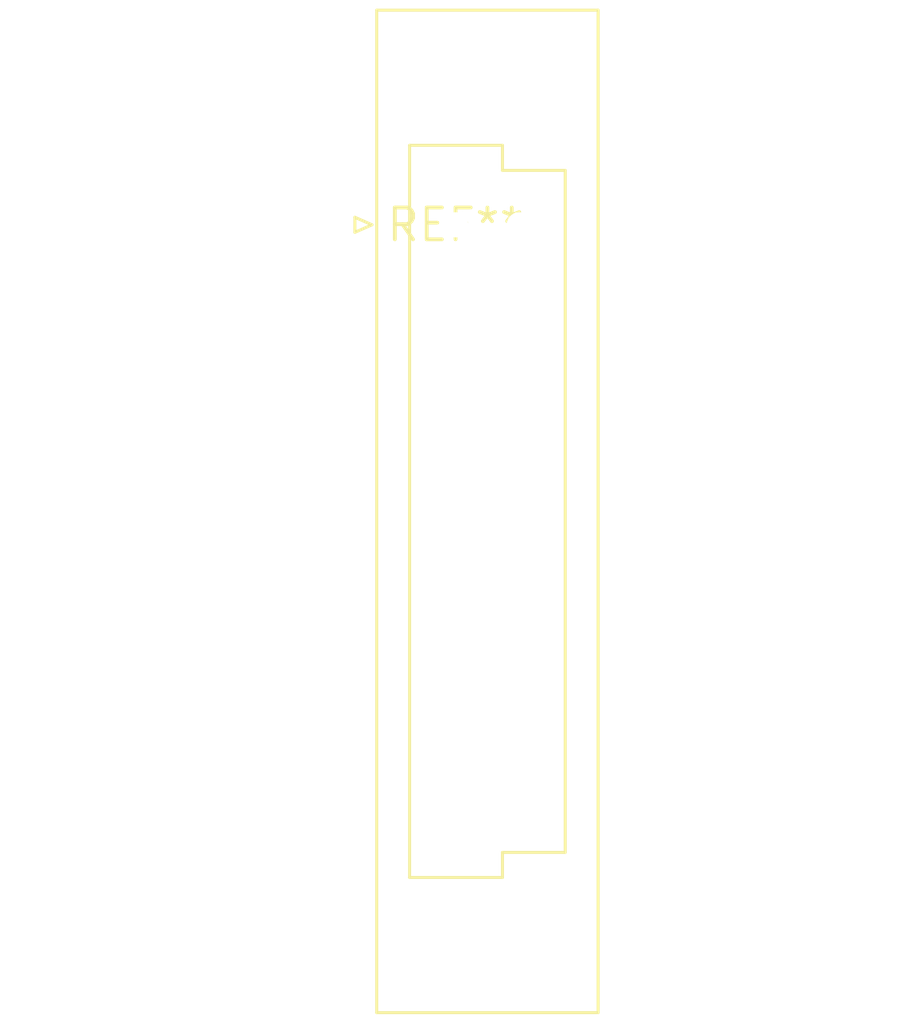
<source format=kicad_pcb>
(kicad_pcb (version 20240108) (generator pcbnew)
  (layers (0 "F.Cu" signal) (31 "B.Cu" signal) (34 "B.Paste" user) (35 "F.Paste" user) (36 "B.SilkS" user "B.Silkscreen") (37 "F.SilkS" user "F.Silkscreen") (38 "B.Mask" user) (39 "F.Mask" user) (44 "Edge.Cuts" user))
  (net 0 "")
  (footprint "DIN41612_Q3_2x10_Male_Vertical_THT" (layer "F.Cu") (at 0 0)
    (property "Reference" "REF**")
    (property "Value" "DIN41612_Q3_2x10_Male_Vertical_THT")
    (fp_line (start -4.01 -0.3) (end -4.01 0.3) (layer "F.SilkS") (stroke (width 0.12)))
    (fp_line (start -4.01 0.3) (end -3.33 0) (layer "F.SilkS") (stroke (width 0.12)))
    (fp_line (start -3.33 0) (end -4.01 -0.3) (layer "F.SilkS") (stroke (width 0.12)))
    (fp_line (start -3.14 -8.56) (end 5.68 -8.56) (layer "F.SilkS") (stroke (width 0.12)))
    (fp_line (start -3.14 31.42) (end -3.14 -8.56) (layer "F.SilkS") (stroke (width 0.12)))
    (fp_line (start -1.83 -3.17) (end 1.87 -3.17) (layer "F.SilkS") (stroke (width 0.12)))
    (fp_line (start -1.83 26.03) (end -1.83 -3.17) (layer "F.SilkS") (stroke (width 0.12)))
    (fp_line (start 1.87 -3.17) (end 1.87 -2.17) (layer "F.SilkS") (stroke (width 0.12)))
    (fp_line (start 1.87 -2.17) (end 4.37 -2.17) (layer "F.SilkS") (stroke (width 0.12)))
    (fp_line (start 1.87 25.03) (end 1.87 26.03) (layer "F.SilkS") (stroke (width 0.12)))
    (fp_line (start 1.87 26.03) (end -1.83 26.03) (layer "F.SilkS") (stroke (width 0.12)))
    (fp_line (start 4.37 -2.17) (end 4.37 25.03) (layer "F.SilkS") (stroke (width 0.12)))
    (fp_line (start 4.37 25.03) (end 1.87 25.03) (layer "F.SilkS") (stroke (width 0.12)))
    (fp_line (start 5.68 -8.56) (end 5.68 31.42) (layer "F.SilkS") (stroke (width 0.12)))
    (fp_line (start 5.68 31.42) (end -3.14 31.42) (layer "F.SilkS") (stroke (width 0.12)))
    (pad "" np_thru_hole circle (at 2.24 -5.95) (size 2.85 2.85) (drill 2.85) (layers *.Cu *.Mask))
    (pad "" np_thru_hole circle (at 2.24 28.81) (size 2.85 2.85) (drill 2.85) (layers *.Cu *.Mask))
    (pad "a1" thru_hole roundrect (at 0 0) (size 1.55 1.55) (drill 1) (layers *.Cu *.Mask) (remove_unused_layers) (roundrect_rratio 0.16129))
    (pad "a2" thru_hole circle (at 0 2.54) (size 1.55 1.55) (drill 1) (layers *.Cu *.Mask) (remove_unused_layers))
    (pad "a3" thru_hole circle (at 0 5.08) (size 1.55 1.55) (drill 1) (layers *.Cu *.Mask) (remove_unused_layers))
    (pad "a4" thru_hole circle (at 0 7.62) (size 1.55 1.55) (drill 1) (layers *.Cu *.Mask) (remove_unused_layers))
    (pad "a5" thru_hole circle (at 0 10.16) (size 1.55 1.55) (drill 1) (layers *.Cu *.Mask) (remove_unused_layers))
    (pad "a6" thru_hole circle (at 0 12.7) (size 1.55 1.55) (drill 1) (layers *.Cu *.Mask) (remove_unused_layers))
    (pad "a7" thru_hole circle (at 0 15.24) (size 1.55 1.55) (drill 1) (layers *.Cu *.Mask) (remove_unused_layers))
    (pad "a8" thru_hole circle (at 0 17.78) (size 1.55 1.55) (drill 1) (layers *.Cu *.Mask) (remove_unused_layers))
    (pad "a9" thru_hole circle (at 0 20.32) (size 1.55 1.55) (drill 1) (layers *.Cu *.Mask) (remove_unused_layers))
    (pad "a10" thru_hole circle (at 0 22.86) (size 1.55 1.55) (drill 1) (layers *.Cu *.Mask) (remove_unused_layers))
    (pad "b1" thru_hole circle (at 2.54 0) (size 1.55 1.55) (drill 1) (layers *.Cu *.Mask) (remove_unused_layers))
    (pad "b2" thru_hole circle (at 2.54 2.54) (size 1.55 1.55) (drill 1) (layers *.Cu *.Mask) (remove_unused_layers))
    (pad "b3" thru_hole circle (at 2.54 5.08) (size 1.55 1.55) (drill 1) (layers *.Cu *.Mask) (remove_unused_layers))
    (pad "b4" thru_hole circle (at 2.54 7.62) (size 1.55 1.55) (drill 1) (layers *.Cu *.Mask) (remove_unused_layers))
    (pad "b5" thru_hole circle (at 2.54 10.16) (size 1.55 1.55) (drill 1) (layers *.Cu *.Mask) (remove_unused_layers))
    (pad "b6" thru_hole circle (at 2.54 12.7) (size 1.55 1.55) (drill 1) (layers *.Cu *.Mask) (remove_unused_layers))
    (pad "b7" thru_hole circle (at 2.54 15.24) (size 1.55 1.55) (drill 1) (layers *.Cu *.Mask) (remove_unused_layers))
    (pad "b8" thru_hole circle (at 2.54 17.78) (size 1.55 1.55) (drill 1) (layers *.Cu *.Mask) (remove_unused_layers))
    (pad "b9" thru_hole circle (at 2.54 20.32) (size 1.55 1.55) (drill 1) (layers *.Cu *.Mask) (remove_unused_layers))
    (pad "b10" thru_hole circle (at 2.54 22.86) (size 1.55 1.55) (drill 1) (layers *.Cu *.Mask) (remove_unused_layers))
  )
)
</source>
